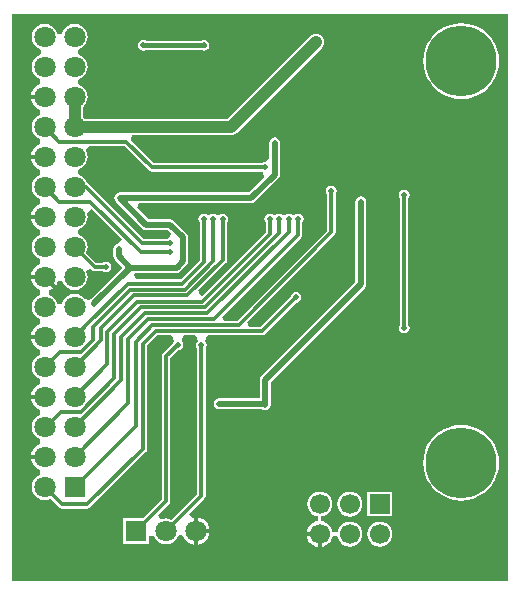
<source format=gbl>
G04 Layer_Physical_Order=2*
G04 Layer_Color=16711680*
%FSLAX25Y25*%
%MOIN*%
G70*
G01*
G75*
%ADD19C,0.01181*%
%ADD20C,0.01969*%
%ADD21C,0.03937*%
%ADD22C,0.01575*%
%ADD23C,0.07087*%
%ADD24R,0.07087X0.07087*%
%ADD25R,0.07087X0.07087*%
%ADD26C,0.06693*%
%ADD27R,0.06693X0.06693*%
%ADD28C,0.23622*%
%ADD29C,0.01969*%
G36*
X165354Y0D02*
X0D01*
Y188976D01*
X165354D01*
Y0D01*
D02*
G37*
%LPC*%
G36*
X61772Y21040D02*
Y17126D01*
X65686D01*
X65608Y17721D01*
X65150Y18827D01*
X64421Y19776D01*
X63472Y20504D01*
X62367Y20962D01*
X61772Y21040D01*
D02*
G37*
G36*
X112441Y29760D02*
X111362Y29618D01*
X110356Y29201D01*
X109493Y28539D01*
X108830Y27675D01*
X108414Y26670D01*
X108271Y25591D01*
X108414Y24511D01*
X108830Y23506D01*
X109493Y22642D01*
X110356Y21980D01*
X111362Y21563D01*
X112441Y21421D01*
X113520Y21563D01*
X114526Y21980D01*
X115389Y22642D01*
X116052Y23506D01*
X116468Y24511D01*
X116611Y25591D01*
X116468Y26670D01*
X116052Y27675D01*
X115389Y28539D01*
X114526Y29201D01*
X113520Y29618D01*
X112441Y29760D01*
D02*
G37*
G36*
X126575Y29724D02*
X118307D01*
Y21457D01*
X126575D01*
Y29724D01*
D02*
G37*
G36*
X65686Y15945D02*
X61772D01*
Y12031D01*
X62367Y12109D01*
X63472Y12567D01*
X64421Y13295D01*
X65150Y14244D01*
X65608Y15349D01*
X65686Y15945D01*
D02*
G37*
G36*
X101850Y15000D02*
X98135D01*
X98206Y14456D01*
X98644Y13399D01*
X99341Y12491D01*
X100249Y11794D01*
X101306Y11356D01*
X101850Y11284D01*
Y15000D01*
D02*
G37*
G36*
X102441Y29760D02*
X101362Y29618D01*
X100356Y29201D01*
X99493Y28539D01*
X98830Y27675D01*
X98413Y26670D01*
X98271Y25591D01*
X98413Y24511D01*
X98830Y23506D01*
X99493Y22642D01*
X100356Y21980D01*
X101362Y21563D01*
X101902Y21492D01*
X101902Y19904D01*
X101306Y19825D01*
X100249Y19387D01*
X99341Y18690D01*
X98644Y17783D01*
X98206Y16725D01*
X98135Y16181D01*
X102441D01*
Y15591D01*
X103031D01*
Y11284D01*
X103576Y11356D01*
X104633Y11794D01*
X105541Y12491D01*
X106238Y13399D01*
X106676Y14456D01*
X106754Y15052D01*
X108342Y15052D01*
X108414Y14511D01*
X108830Y13506D01*
X109493Y12642D01*
X110356Y11980D01*
X111362Y11563D01*
X112441Y11421D01*
X113520Y11563D01*
X114526Y11980D01*
X115389Y12642D01*
X116052Y13506D01*
X116468Y14511D01*
X116611Y15590D01*
X116468Y16670D01*
X116052Y17675D01*
X115389Y18539D01*
X114526Y19202D01*
X113520Y19618D01*
X112441Y19760D01*
X111362Y19618D01*
X110356Y19202D01*
X109493Y18539D01*
X108830Y17675D01*
X108414Y16670D01*
X108342Y16129D01*
X106754Y16129D01*
X106676Y16725D01*
X106238Y17783D01*
X105541Y18690D01*
X104633Y19387D01*
X103576Y19825D01*
X102980Y19904D01*
X102980Y21492D01*
X103520Y21563D01*
X104526Y21980D01*
X105389Y22642D01*
X106052Y23506D01*
X106468Y24511D01*
X106611Y25591D01*
X106468Y26670D01*
X106052Y27675D01*
X105389Y28539D01*
X104526Y29201D01*
X103520Y29618D01*
X102441Y29760D01*
D02*
G37*
G36*
X122441Y19760D02*
X121362Y19618D01*
X120356Y19202D01*
X119493Y18539D01*
X118830Y17675D01*
X118413Y16670D01*
X118271Y15590D01*
X118413Y14511D01*
X118830Y13506D01*
X119493Y12642D01*
X120356Y11980D01*
X121362Y11563D01*
X122441Y11421D01*
X123520Y11563D01*
X124526Y11980D01*
X125389Y12642D01*
X126052Y13506D01*
X126468Y14511D01*
X126611Y15590D01*
X126468Y16670D01*
X126052Y17675D01*
X125389Y18539D01*
X124526Y19202D01*
X123520Y19618D01*
X122441Y19760D01*
D02*
G37*
G36*
X149606Y52008D02*
X147629Y51852D01*
X145701Y51389D01*
X143869Y50630D01*
X142178Y49594D01*
X140670Y48306D01*
X139382Y46798D01*
X138346Y45107D01*
X137587Y43275D01*
X137125Y41347D01*
X136969Y39370D01*
X137125Y37393D01*
X137587Y35465D01*
X138346Y33633D01*
X139382Y31942D01*
X140670Y30434D01*
X142178Y29146D01*
X143869Y28110D01*
X145701Y27351D01*
X147629Y26888D01*
X149606Y26733D01*
X151583Y26888D01*
X153512Y27351D01*
X155344Y28110D01*
X157034Y29146D01*
X158542Y30434D01*
X159830Y31942D01*
X160866Y33633D01*
X161625Y35465D01*
X162088Y37393D01*
X162244Y39370D01*
X162088Y41347D01*
X161625Y43275D01*
X160866Y45107D01*
X159830Y46798D01*
X158542Y48306D01*
X157034Y49594D01*
X155344Y50630D01*
X153512Y51389D01*
X151583Y51852D01*
X149606Y52008D01*
D02*
G37*
G36*
X63858Y180271D02*
X63167Y180133D01*
X63072Y180070D01*
X44467D01*
X44372Y180133D01*
X43681Y180271D01*
X42990Y180133D01*
X42404Y179742D01*
X42012Y179156D01*
X41875Y178465D01*
X42012Y177773D01*
X42404Y177187D01*
X42990Y176796D01*
X43681Y176658D01*
X44372Y176796D01*
X44467Y176859D01*
X63072D01*
X63167Y176796D01*
X63858Y176658D01*
X64549Y176796D01*
X65136Y177187D01*
X65527Y177773D01*
X65665Y178465D01*
X65527Y179156D01*
X65136Y179742D01*
X64549Y180133D01*
X63858Y180271D01*
D02*
G37*
G36*
X149606Y185866D02*
X147629Y185710D01*
X145701Y185247D01*
X143869Y184488D01*
X142178Y183452D01*
X140670Y182164D01*
X139382Y180656D01*
X138346Y178966D01*
X137587Y177134D01*
X137125Y175205D01*
X136969Y173228D01*
X137125Y171251D01*
X137587Y169323D01*
X138346Y167491D01*
X139382Y165800D01*
X140670Y164292D01*
X142178Y163005D01*
X143869Y161968D01*
X145701Y161209D01*
X147629Y160747D01*
X149606Y160591D01*
X151583Y160747D01*
X153512Y161209D01*
X155344Y161968D01*
X157034Y163005D01*
X158542Y164292D01*
X159830Y165800D01*
X160866Y167491D01*
X161625Y169323D01*
X162088Y171251D01*
X162244Y173228D01*
X162088Y175205D01*
X161625Y177134D01*
X160866Y178966D01*
X159830Y180656D01*
X158542Y182164D01*
X157034Y183452D01*
X155344Y184488D01*
X153512Y185247D01*
X151583Y185710D01*
X149606Y185866D01*
D02*
G37*
G36*
X20748Y185667D02*
X19617Y185518D01*
X18564Y185082D01*
X17659Y184388D01*
X16965Y183483D01*
X16529Y182430D01*
X14967D01*
X14531Y183483D01*
X13837Y184388D01*
X12932Y185082D01*
X11879Y185518D01*
X10748Y185667D01*
X9618Y185518D01*
X8564Y185082D01*
X7659Y184388D01*
X6965Y183483D01*
X6529Y182430D01*
X6380Y181299D01*
X6529Y180169D01*
X6965Y179115D01*
X7659Y178210D01*
X8564Y177516D01*
X9618Y177080D01*
Y175518D01*
X8564Y175082D01*
X7659Y174388D01*
X6965Y173483D01*
X6529Y172430D01*
X6380Y171299D01*
X6529Y170169D01*
X6965Y169115D01*
X7659Y168210D01*
X8564Y167516D01*
X9257Y167229D01*
X9359Y166727D01*
X9328Y165863D01*
X9266Y165603D01*
X8457Y165268D01*
X7508Y164540D01*
X6780Y163591D01*
X6322Y162485D01*
X6243Y161890D01*
X10748D01*
Y160709D01*
X6243D01*
X6322Y160113D01*
X6780Y159008D01*
X7508Y158059D01*
X8457Y157331D01*
X9266Y156995D01*
X9328Y156736D01*
X9359Y155871D01*
X9257Y155369D01*
X8564Y155082D01*
X7659Y154388D01*
X6965Y153483D01*
X6529Y152430D01*
X6380Y151299D01*
X6529Y150169D01*
X6965Y149115D01*
X7659Y148211D01*
X8564Y147516D01*
X9257Y147229D01*
X9359Y146728D01*
X9328Y145863D01*
X9266Y145603D01*
X8457Y145268D01*
X7508Y144539D01*
X6780Y143590D01*
X6322Y142485D01*
X6243Y141890D01*
X10748D01*
Y140709D01*
X6243D01*
X6322Y140113D01*
X6780Y139008D01*
X7508Y138059D01*
X8457Y137331D01*
X9266Y136995D01*
X9328Y136735D01*
X9359Y135871D01*
X9257Y135369D01*
X8564Y135082D01*
X7659Y134388D01*
X6965Y133483D01*
X6529Y132430D01*
X6380Y131299D01*
X6529Y130169D01*
X6965Y129115D01*
X7659Y128210D01*
X8564Y127516D01*
X9257Y127229D01*
X9359Y126727D01*
X9328Y125863D01*
X9266Y125603D01*
X8457Y125268D01*
X7508Y124539D01*
X6780Y123591D01*
X6322Y122485D01*
X6243Y121890D01*
X10748D01*
Y120709D01*
X6243D01*
X6322Y120113D01*
X6780Y119008D01*
X7508Y118059D01*
X8457Y117331D01*
X9266Y116996D01*
X9328Y116735D01*
X9359Y115871D01*
X9257Y115369D01*
X8564Y115082D01*
X7659Y114388D01*
X6965Y113483D01*
X6529Y112430D01*
X6380Y111299D01*
X6529Y110169D01*
X6965Y109115D01*
X7659Y108211D01*
X8564Y107516D01*
X9257Y107229D01*
X9359Y106728D01*
X9328Y105863D01*
X9266Y105603D01*
X8457Y105268D01*
X7508Y104540D01*
X6780Y103591D01*
X6322Y102485D01*
X6243Y101890D01*
X10748D01*
Y100709D01*
X6243D01*
X6322Y100113D01*
X6780Y99008D01*
X7508Y98059D01*
X8457Y97331D01*
X9266Y96996D01*
X9328Y96736D01*
X9359Y95871D01*
X9257Y95369D01*
X8564Y95082D01*
X7659Y94388D01*
X6965Y93483D01*
X6529Y92430D01*
X6380Y91299D01*
X6529Y90169D01*
X6965Y89115D01*
X7659Y88210D01*
X8564Y87516D01*
X9257Y87229D01*
X9359Y86727D01*
X9328Y85863D01*
X9266Y85603D01*
X8457Y85268D01*
X7508Y84540D01*
X6780Y83591D01*
X6322Y82485D01*
X6243Y81890D01*
X10748D01*
Y80709D01*
X6243D01*
X6322Y80113D01*
X6780Y79008D01*
X7508Y78059D01*
X8457Y77331D01*
X9266Y76995D01*
X9328Y76736D01*
X9359Y75871D01*
X9257Y75369D01*
X8564Y75082D01*
X7659Y74388D01*
X6965Y73483D01*
X6529Y72430D01*
X6380Y71299D01*
X6529Y70169D01*
X6965Y69115D01*
X7659Y68211D01*
X8564Y67516D01*
X9257Y67229D01*
X9359Y66728D01*
X9328Y65863D01*
X9266Y65603D01*
X8457Y65268D01*
X7508Y64539D01*
X6780Y63591D01*
X6322Y62485D01*
X6243Y61890D01*
X10748D01*
Y60709D01*
X6243D01*
X6322Y60113D01*
X6780Y59008D01*
X7508Y58059D01*
X8457Y57331D01*
X9266Y56995D01*
X9328Y56735D01*
X9359Y55871D01*
X9257Y55369D01*
X8564Y55082D01*
X7659Y54388D01*
X6965Y53483D01*
X6529Y52430D01*
X6380Y51299D01*
X6529Y50169D01*
X6965Y49115D01*
X7659Y48210D01*
X8564Y47516D01*
X9257Y47229D01*
X9359Y46727D01*
X9328Y45863D01*
X9266Y45603D01*
X8457Y45268D01*
X7508Y44539D01*
X6780Y43591D01*
X6322Y42485D01*
X6243Y41890D01*
X10748D01*
Y40709D01*
X6243D01*
X6322Y40113D01*
X6780Y39008D01*
X7508Y38059D01*
X8457Y37331D01*
X9266Y36996D01*
X9328Y36735D01*
X9359Y35871D01*
X9257Y35369D01*
X8564Y35082D01*
X7659Y34388D01*
X6965Y33483D01*
X6529Y32430D01*
X6380Y31299D01*
X6529Y30169D01*
X6965Y29115D01*
X7659Y28210D01*
X8564Y27516D01*
X9618Y27080D01*
X10748Y26931D01*
X11879Y27080D01*
X12658Y27403D01*
X15562Y24499D01*
X16017Y24194D01*
X16555Y24087D01*
X25000D01*
X25538Y24194D01*
X25993Y24499D01*
X44399Y42904D01*
X44704Y43360D01*
X44811Y43898D01*
Y78348D01*
X48317Y81854D01*
X53007D01*
X53275Y81534D01*
X53841Y80017D01*
X53449Y79431D01*
X53357Y78966D01*
X50188Y75797D01*
X49883Y75341D01*
X49776Y74803D01*
Y27117D01*
X43525Y20866D01*
X36850D01*
Y12205D01*
X45512D01*
Y14791D01*
X47087Y15104D01*
X47398Y14351D01*
X48092Y13447D01*
X48997Y12753D01*
X50051Y12316D01*
X51181Y12167D01*
X52312Y12316D01*
X53365Y12753D01*
X54270Y13447D01*
X54964Y14351D01*
X55251Y15044D01*
X55753Y15146D01*
X56617Y15115D01*
X56877Y15053D01*
X57213Y14244D01*
X57941Y13295D01*
X58890Y12567D01*
X59995Y12109D01*
X60590Y12031D01*
Y16535D01*
Y21040D01*
X59995Y20962D01*
X59699Y20839D01*
X58807Y22174D01*
X63986Y27353D01*
X64290Y27809D01*
X64397Y28346D01*
Y77654D01*
X64661Y78049D01*
X64798Y78740D01*
X64661Y79431D01*
X64269Y80017D01*
X64835Y81534D01*
X65104Y81854D01*
X83259D01*
X83797Y81962D01*
X84253Y82266D01*
X94714Y92727D01*
X95179Y92819D01*
X95766Y93211D01*
X96157Y93797D01*
X96295Y94488D01*
X96157Y95179D01*
X95766Y95766D01*
X95179Y96157D01*
X94488Y96295D01*
X93797Y96157D01*
X93211Y95766D01*
X92819Y95179D01*
X92727Y94714D01*
X82678Y84664D01*
X78866D01*
X78264Y86119D01*
X107293Y115148D01*
X107597Y115604D01*
X107704Y116142D01*
Y128835D01*
X107968Y129230D01*
X108106Y129921D01*
X107968Y130613D01*
X107577Y131199D01*
X106991Y131590D01*
X106299Y131728D01*
X105608Y131590D01*
X105022Y131199D01*
X104630Y130613D01*
X104493Y129921D01*
X104630Y129230D01*
X104894Y128835D01*
Y116724D01*
X74804Y86633D01*
X70599D01*
X69996Y88088D01*
X96269Y114361D01*
X96574Y114817D01*
X96680Y115354D01*
Y119485D01*
X96944Y119880D01*
X97082Y120571D01*
X96944Y121262D01*
X96553Y121848D01*
X95967Y122240D01*
X95276Y122377D01*
X94584Y122240D01*
X93701Y121947D01*
X92817Y122240D01*
X92126Y122377D01*
X91435Y122240D01*
X90551Y121947D01*
X89668Y122240D01*
X88976Y122377D01*
X88285Y122240D01*
X87402Y121947D01*
X86518Y122240D01*
X85827Y122377D01*
X85136Y122240D01*
X84549Y121848D01*
X84158Y121262D01*
X84020Y120571D01*
X84158Y119880D01*
X84422Y119485D01*
Y116288D01*
X63197Y95063D01*
X62560Y95155D01*
X62005Y96827D01*
X71072Y105894D01*
X71377Y106350D01*
X71484Y106888D01*
Y119485D01*
X71748Y119880D01*
X71885Y120571D01*
X71748Y121262D01*
X71356Y121848D01*
X70770Y122240D01*
X70079Y122377D01*
X69388Y122240D01*
X68504Y121947D01*
X67620Y122240D01*
X66929Y122377D01*
X66238Y122240D01*
X65354Y121947D01*
X64471Y122240D01*
X63779Y122377D01*
X63088Y122240D01*
X62502Y121848D01*
X62111Y121262D01*
X61973Y120571D01*
X62111Y119880D01*
X62375Y119485D01*
Y106738D01*
X56097Y100461D01*
X41164D01*
X40366Y102036D01*
X40796Y102623D01*
X54724D01*
X55416Y102760D01*
X56002Y103152D01*
X58167Y105317D01*
X58559Y105903D01*
X58696Y106595D01*
Y114469D01*
X58559Y115160D01*
X58167Y115746D01*
X53935Y119978D01*
X53349Y120370D01*
X52658Y120507D01*
X45433D01*
X41544Y124396D01*
X42147Y125851D01*
X79626D01*
X80317Y125989D01*
X80903Y126380D01*
X88679Y134156D01*
X89070Y134742D01*
X89208Y135433D01*
Y146063D01*
X89070Y146754D01*
X88679Y147340D01*
X88093Y147732D01*
X87402Y147869D01*
X86710Y147732D01*
X86124Y147340D01*
X85733Y146754D01*
X85595Y146063D01*
Y140798D01*
X85510Y140647D01*
X84153Y139602D01*
X83462Y139464D01*
X83067Y139200D01*
X47137D01*
X39393Y146945D01*
X39996Y148520D01*
X72953D01*
X73672Y148614D01*
X74343Y148892D01*
X74918Y149334D01*
X103147Y177562D01*
X103588Y178138D01*
X103866Y178808D01*
X103961Y179528D01*
X103866Y180247D01*
X103588Y180917D01*
X103147Y181493D01*
X102571Y181935D01*
X101900Y182212D01*
X101181Y182307D01*
X100462Y182212D01*
X99791Y181935D01*
X99216Y181493D01*
X71801Y154079D01*
X24074D01*
X23837Y154388D01*
X23528Y154625D01*
Y157973D01*
X23837Y158211D01*
X24531Y159115D01*
X24967Y160169D01*
X25116Y161299D01*
X24967Y162430D01*
X24531Y163483D01*
X23837Y164388D01*
X22932Y165082D01*
X21879Y165518D01*
Y167080D01*
X22932Y167516D01*
X23837Y168210D01*
X24531Y169115D01*
X24967Y170169D01*
X25116Y171299D01*
X24967Y172430D01*
X24531Y173483D01*
X23837Y174388D01*
X22932Y175082D01*
X21879Y175518D01*
Y177080D01*
X22932Y177516D01*
X23837Y178210D01*
X24531Y179115D01*
X24967Y180169D01*
X25116Y181299D01*
X24967Y182430D01*
X24531Y183483D01*
X23837Y184388D01*
X22932Y185082D01*
X21879Y185518D01*
X20748Y185667D01*
D02*
G37*
G36*
X116142Y128184D02*
X115451Y128047D01*
X114864Y127655D01*
X114473Y127069D01*
X114335Y126378D01*
Y99567D01*
X82975Y68206D01*
X82583Y67620D01*
X82446Y66929D01*
Y60861D01*
X68898D01*
X68206Y60724D01*
X67620Y60332D01*
X67229Y59746D01*
X67091Y59055D01*
X67229Y58364D01*
X67620Y57778D01*
X68206Y57386D01*
X68898Y57249D01*
X83177D01*
X83561Y56993D01*
X84252Y56855D01*
X84943Y56993D01*
X85529Y57384D01*
X85921Y57970D01*
X86058Y58661D01*
Y66181D01*
X117419Y97542D01*
X117811Y98128D01*
X117948Y98819D01*
Y126378D01*
X117811Y127069D01*
X117419Y127655D01*
X116833Y128047D01*
X116142Y128184D01*
D02*
G37*
G36*
X130610Y130350D02*
X129919Y130212D01*
X129333Y129821D01*
X128941Y129235D01*
X128804Y128543D01*
X128941Y127852D01*
X129205Y127457D01*
Y85338D01*
X128941Y84943D01*
X128804Y84252D01*
X128941Y83561D01*
X129333Y82975D01*
X129919Y82583D01*
X130610Y82446D01*
X131301Y82583D01*
X131887Y82975D01*
X132279Y83561D01*
X132417Y84252D01*
X132279Y84943D01*
X132015Y85338D01*
Y127457D01*
X132279Y127852D01*
X132417Y128543D01*
X132279Y129235D01*
X131887Y129821D01*
X131301Y130212D01*
X130610Y130350D01*
D02*
G37*
%LPD*%
G36*
X45562Y136802D02*
X46018Y136497D01*
X46555Y136390D01*
X83067D01*
X83373Y136186D01*
X83474Y136079D01*
X83861Y134447D01*
X78878Y129464D01*
X35728D01*
X35037Y129326D01*
X34451Y128935D01*
X34060Y128349D01*
X33922Y127657D01*
X34060Y126966D01*
X34451Y126380D01*
X43408Y117423D01*
X43994Y117032D01*
X44685Y116894D01*
X51752D01*
X52841Y115706D01*
X52808Y115470D01*
X52252Y114324D01*
X51966Y114267D01*
X51571Y114003D01*
X43791D01*
X25501Y132293D01*
X25045Y132597D01*
X24885Y132629D01*
X24531Y133483D01*
X23837Y134388D01*
X22932Y135082D01*
X21879Y135518D01*
Y137080D01*
X22932Y137516D01*
X23837Y138210D01*
X24531Y139115D01*
X24967Y140169D01*
X25116Y141299D01*
X24967Y142430D01*
X24531Y143483D01*
X25373Y144973D01*
X37391D01*
X45562Y136802D01*
D02*
G37*
G36*
X61149Y81534D02*
X61715Y80017D01*
X61323Y79431D01*
X61186Y78740D01*
X61323Y78049D01*
X61587Y77654D01*
Y28928D01*
X53091Y20432D01*
X52312Y20755D01*
X51181Y20903D01*
X50051Y20755D01*
X49306Y20446D01*
X48414Y21781D01*
X52175Y25542D01*
X52479Y25998D01*
X52586Y26535D01*
Y74221D01*
X55344Y76979D01*
X55809Y77071D01*
X56395Y77463D01*
X56787Y78049D01*
X56924Y78740D01*
X56787Y79431D01*
X56395Y80017D01*
X56961Y81534D01*
X57230Y81854D01*
X60881D01*
X61149Y81534D01*
D02*
G37*
G36*
X16678Y99808D02*
X16965Y99115D01*
X17659Y98211D01*
X18564Y97516D01*
X19617Y97080D01*
Y95518D01*
X18564Y95082D01*
X17659Y94388D01*
X16965Y93483D01*
X16529Y92430D01*
X14967D01*
X14531Y93483D01*
X13837Y94388D01*
X12932Y95082D01*
X12239Y95369D01*
X12137Y95871D01*
X12168Y96736D01*
X12230Y96996D01*
X13039Y97331D01*
X13988Y98059D01*
X14717Y99008D01*
X15052Y99817D01*
X15312Y99879D01*
X16176Y99910D01*
X16678Y99808D01*
D02*
G37*
G36*
X36437Y113938D02*
X35658Y112490D01*
X35433Y112535D01*
X34742Y112397D01*
X34156Y112006D01*
X33764Y111420D01*
X33627Y110728D01*
Y108169D01*
X33764Y107478D01*
X34156Y106892D01*
X36619Y104429D01*
X26085Y93895D01*
X26072Y93877D01*
X25538Y93740D01*
X24375Y93777D01*
X24279Y93812D01*
X23837Y94388D01*
X22932Y95082D01*
X21879Y95518D01*
Y97080D01*
X22932Y97516D01*
X23837Y98211D01*
X24531Y99115D01*
X24967Y100169D01*
X25116Y101299D01*
X24967Y102430D01*
X24659Y103174D01*
X25994Y104067D01*
X26428Y103632D01*
X26884Y103328D01*
X27421Y103221D01*
X30016D01*
X30411Y102957D01*
X31102Y102820D01*
X31794Y102957D01*
X32380Y103349D01*
X32771Y103935D01*
X32909Y104626D01*
X32771Y105317D01*
X32380Y105903D01*
X31794Y106295D01*
X31102Y106432D01*
X30411Y106295D01*
X30016Y106031D01*
X28003D01*
X24645Y109390D01*
X24967Y110169D01*
X25116Y111299D01*
X24967Y112430D01*
X24531Y113483D01*
X23837Y114388D01*
X22932Y115082D01*
X21879Y115518D01*
Y117080D01*
X22932Y117516D01*
X23837Y118210D01*
X24531Y119115D01*
X24967Y120169D01*
X25116Y121299D01*
X24967Y122430D01*
X26113Y123778D01*
X26539Y123836D01*
X36437Y113938D01*
D02*
G37*
D19*
X130610Y84252D02*
Y128543D01*
X25512Y96378D02*
X26575Y97441D01*
X15669Y96378D02*
X25512D01*
X10748Y101299D02*
X15669Y96378D01*
X43209Y112598D02*
X52658D01*
X24508Y131299D02*
X43209Y112598D01*
X20748Y131299D02*
X24508D01*
X42913Y109449D02*
X52658D01*
X25984Y126378D02*
X42913Y109449D01*
X15669Y126378D02*
X25984D01*
X27421Y104626D02*
X31102D01*
X20748Y111299D02*
X27421Y104626D01*
X38505Y99056D02*
X56679D01*
X24606Y85158D02*
X38505Y99056D01*
X39320Y97088D02*
X57495D01*
X26870Y84637D02*
X39320Y97088D01*
X40529Y95119D02*
X58310D01*
X29626Y84216D02*
X40529Y95119D01*
X41690Y93102D02*
X63223D01*
X31594Y83007D02*
X41690Y93102D01*
X42899Y91133D02*
X64039D01*
X33957Y82191D02*
X42899Y91133D01*
X44108Y89165D02*
X64854D01*
X36319Y81376D02*
X44108Y89165D01*
X45317Y87196D02*
X67118D01*
X38681Y80560D02*
X45317Y87196D01*
X20748Y81299D02*
X24606Y85158D01*
X83259Y83259D02*
X94488Y94488D01*
X47735Y83259D02*
X83259D01*
X46526Y85228D02*
X75385D01*
X41043Y79745D02*
X46526Y85228D01*
X43406Y78930D02*
X47735Y83259D01*
X20748Y71299D02*
X29626Y80177D01*
Y84216D01*
X20748Y61299D02*
X31594Y72146D01*
Y83007D01*
X22786Y56378D02*
X33957Y67548D01*
Y82191D01*
X20748Y51299D02*
X36319Y66870D01*
Y81376D01*
X20748Y41299D02*
X38681Y59232D01*
Y80560D01*
X20748Y31299D02*
X41043Y51595D01*
Y79745D01*
X25000Y25492D02*
X43406Y43898D01*
Y78930D01*
X16555Y25492D02*
X25000D01*
X10748Y31299D02*
X16555Y25492D01*
X26870Y80205D02*
Y84637D01*
X22944Y76279D02*
X26870Y80205D01*
X11142Y51299D02*
X16220Y56378D01*
X22786D01*
X15728Y76279D02*
X22944D01*
X10748Y71299D02*
X15728Y76279D01*
X10748Y131299D02*
X15669Y126378D01*
X85827Y115706D02*
Y120571D01*
X63223Y93102D02*
X85827Y115706D01*
X95276Y115354D02*
Y120571D01*
X67118Y87196D02*
X95276Y115354D01*
X70079Y106888D02*
Y120571D01*
X66929Y106522D02*
Y120571D01*
X63779Y106156D02*
Y120571D01*
X58310Y95119D02*
X70079Y106888D01*
X57495Y97088D02*
X66929Y106522D01*
X56679Y99056D02*
X63779Y106156D01*
X41181Y16535D02*
X51181Y26535D01*
Y74803D01*
X55118Y78740D01*
X51181Y16535D02*
X62992Y28346D01*
Y78740D01*
X46555Y137795D02*
X84153D01*
X37972Y146378D02*
X46555Y137795D01*
X15669Y146378D02*
X37972D01*
X10748Y151299D02*
X15669Y146378D01*
X75385Y85228D02*
X106299Y116142D01*
Y129921D01*
X64854Y89165D02*
X92126Y116437D01*
Y120571D01*
X64039Y91133D02*
X88976Y116071D01*
Y120571D01*
D20*
X27362Y92421D02*
Y92618D01*
X39173Y104429D01*
X35433Y108169D02*
X39173Y104429D01*
X35433Y108169D02*
Y110728D01*
X35728Y127657D02*
X44685Y118701D01*
X52658D01*
X56890Y114469D01*
Y106595D02*
Y114469D01*
X54724Y104429D02*
X56890Y106595D01*
X39173Y104429D02*
X54724D01*
X84252Y58661D02*
Y66929D01*
X68898Y59055D02*
X83858D01*
X84252Y58661D01*
Y66929D02*
X116142Y98819D01*
Y126378D01*
X35728Y127657D02*
X79626D01*
X87402Y135433D01*
Y146063D01*
D21*
X20748Y151299D02*
Y161299D01*
Y151299D02*
X72953D01*
X101181Y179528D01*
D22*
X43681Y178465D02*
X63858D01*
D23*
X10748Y181299D02*
D03*
Y171299D02*
D03*
Y161299D02*
D03*
Y151299D02*
D03*
Y141299D02*
D03*
Y131299D02*
D03*
Y121299D02*
D03*
Y111299D02*
D03*
Y101299D02*
D03*
Y91299D02*
D03*
Y81299D02*
D03*
Y71299D02*
D03*
Y61299D02*
D03*
Y51299D02*
D03*
Y41299D02*
D03*
Y31299D02*
D03*
X20748Y41299D02*
D03*
Y51299D02*
D03*
Y61299D02*
D03*
Y71299D02*
D03*
Y81299D02*
D03*
Y91299D02*
D03*
Y101299D02*
D03*
Y111299D02*
D03*
Y121299D02*
D03*
Y131299D02*
D03*
Y141299D02*
D03*
Y151299D02*
D03*
Y161299D02*
D03*
Y171299D02*
D03*
Y181299D02*
D03*
X61181Y16535D02*
D03*
X51181D02*
D03*
D24*
X20748Y31299D02*
D03*
D25*
X41181Y16535D02*
D03*
D26*
X102441Y15590D02*
D03*
Y25591D02*
D03*
X112441Y15590D02*
D03*
Y25591D02*
D03*
X122441Y15590D02*
D03*
D27*
Y25591D02*
D03*
D28*
X149606Y39370D02*
D03*
Y173228D02*
D03*
D29*
X130610Y84252D02*
D03*
Y128543D02*
D03*
X56496Y29626D02*
D03*
X31102Y104626D02*
D03*
X26575Y97441D02*
D03*
X27362Y92421D02*
D03*
X32677Y142421D02*
D03*
X21457Y17028D02*
D03*
X35433Y110728D02*
D03*
X70079Y120571D02*
D03*
X66929Y120571D02*
D03*
X63779D02*
D03*
X92126D02*
D03*
X95276D02*
D03*
X94488Y94488D02*
D03*
X88976Y120571D02*
D03*
X85827D02*
D03*
X52658Y109449D02*
D03*
Y112598D02*
D03*
X35728Y127657D02*
D03*
X106299Y129921D02*
D03*
X62992Y78740D02*
D03*
X101181Y179528D02*
D03*
X87402Y146063D02*
D03*
X55118Y78740D02*
D03*
X116142Y126378D02*
D03*
X84252Y58661D02*
D03*
X68898Y59055D02*
D03*
X109252Y39370D02*
D03*
X82677Y78740D02*
D03*
X106398Y143110D02*
D03*
X84153Y137795D02*
D03*
X65354Y134350D02*
D03*
X43681Y178465D02*
D03*
X63858D02*
D03*
M02*

</source>
